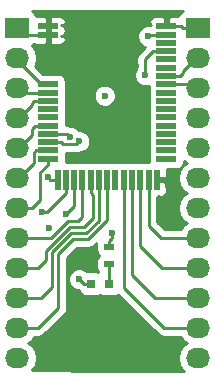
<source format=gbr>
G04 #@! TF.FileFunction,Copper,L1,Top,Signal*
%FSLAX46Y46*%
G04 Gerber Fmt 4.6, Leading zero omitted, Abs format (unit mm)*
G04 Created by KiCad (PCBNEW 4.0.2-stable) date 8/15/2016 9:27:46 PM*
%MOMM*%
G01*
G04 APERTURE LIST*
%ADD10C,0.100000*%
%ADD11R,0.797560X0.797560*%
%ADD12R,2.032000X1.727200*%
%ADD13O,2.032000X1.727200*%
%ADD14R,0.900000X0.500000*%
%ADD15R,1.700000X0.500000*%
%ADD16R,0.500000X1.700000*%
%ADD17C,0.600000*%
%ADD18C,0.250000*%
%ADD19C,0.254000*%
G04 APERTURE END LIST*
D10*
D11*
X33286700Y-41656000D03*
X34785300Y-41656000D03*
D12*
X27000000Y-20000000D03*
D13*
X27000000Y-22540000D03*
X27000000Y-25080000D03*
X27000000Y-27620000D03*
X27000000Y-30160000D03*
X27000000Y-32700000D03*
X27000000Y-35240000D03*
X27000000Y-37780000D03*
X27000000Y-40320000D03*
X27000000Y-42860000D03*
X27000000Y-45400000D03*
X27000000Y-47940000D03*
D12*
X42300000Y-20000000D03*
D13*
X42300000Y-22540000D03*
X42300000Y-25080000D03*
X42300000Y-27620000D03*
X42300000Y-30160000D03*
X42300000Y-32700000D03*
X42300000Y-35240000D03*
X42300000Y-37780000D03*
X42300000Y-40320000D03*
X42300000Y-42860000D03*
X42300000Y-45400000D03*
X42300000Y-47940000D03*
D14*
X34798000Y-38505000D03*
X34798000Y-40005000D03*
D15*
X39624000Y-19862000D03*
X39624000Y-20562000D03*
X39624000Y-21262000D03*
X39624000Y-21962000D03*
X39624000Y-22662000D03*
X39624000Y-23362000D03*
X39624000Y-24062000D03*
X39624000Y-24762000D03*
X39624000Y-25462000D03*
X39624000Y-26162000D03*
X39624000Y-26862000D03*
X39624000Y-27562000D03*
X39624000Y-28262000D03*
X39624000Y-28962000D03*
X39624000Y-29662000D03*
X39624000Y-30362000D03*
X39624000Y-31062000D03*
D16*
X38124000Y-32862000D03*
X37424000Y-32862000D03*
X36724000Y-32862000D03*
X36024000Y-32862000D03*
X35324000Y-32862000D03*
X34624000Y-32862000D03*
X33924000Y-32862000D03*
X38824000Y-32862000D03*
X33224000Y-32862000D03*
X32524000Y-32862000D03*
X31824000Y-32862000D03*
X31124000Y-32862000D03*
X30424000Y-32862000D03*
D15*
X29624000Y-19862000D03*
X29624000Y-20562000D03*
X29624000Y-24762000D03*
X29624000Y-25462000D03*
X29624000Y-26162000D03*
X29624000Y-26862000D03*
X29624000Y-27562000D03*
X29624000Y-28262000D03*
X29624000Y-28962000D03*
X29624000Y-29662000D03*
X29624000Y-30362000D03*
X29624000Y-31062000D03*
D17*
X39808011Y-33274000D03*
X29591000Y-32639000D03*
X29718000Y-36957000D03*
X37084000Y-23241000D03*
X34036000Y-21844000D03*
X32385000Y-20955000D03*
X36066000Y-29718000D03*
X36066000Y-27178000D03*
X32258000Y-48639000D03*
X37970000Y-48387000D03*
X34417000Y-45593000D03*
X29083000Y-35560000D03*
X34417000Y-25731000D03*
X32258000Y-41276080D03*
X38100000Y-20701000D03*
X32258000Y-29591000D03*
X31496000Y-29210000D03*
X31106204Y-35788039D03*
X37846000Y-24003000D03*
X35052000Y-37338000D03*
D18*
X39324000Y-32862000D02*
X39808011Y-33274000D01*
X39736000Y-33274000D02*
X39808011Y-33274000D01*
X38824000Y-32862000D02*
X39324000Y-32862000D01*
X29814000Y-32862000D02*
X29591000Y-32639000D01*
X30424000Y-32862000D02*
X29814000Y-32862000D01*
X42300000Y-20000000D02*
X41034000Y-20000000D01*
X41034000Y-20000000D02*
X40896000Y-19862000D01*
X40896000Y-19862000D02*
X40724000Y-19862000D01*
X40724000Y-19862000D02*
X39624000Y-19862000D01*
X29624000Y-20562000D02*
X27562000Y-20562000D01*
X27562000Y-20562000D02*
X27000000Y-20000000D01*
X31124000Y-32862000D02*
X31124000Y-33962000D01*
X31124000Y-33962000D02*
X29526000Y-35560000D01*
X29526000Y-35560000D02*
X29507264Y-35560000D01*
X29507264Y-35560000D02*
X29083000Y-35560000D01*
X33286700Y-41656000D02*
X32637920Y-41656000D01*
X32637920Y-41656000D02*
X32258000Y-41276080D01*
X29624000Y-24762000D02*
X29024000Y-24762000D01*
X29024000Y-24762000D02*
X27000000Y-22738000D01*
X27000000Y-22738000D02*
X27000000Y-22540000D01*
X38100000Y-20701000D02*
X38239000Y-20562000D01*
X38239000Y-20562000D02*
X39624000Y-20562000D01*
X32004000Y-29845000D02*
X32258000Y-29591000D01*
X30907000Y-29845000D02*
X32004000Y-29845000D01*
X29624000Y-29662000D02*
X30724000Y-29662000D01*
X30724000Y-29662000D02*
X30907000Y-29845000D01*
X31248000Y-28962000D02*
X31496000Y-29210000D01*
X29624000Y-28962000D02*
X31248000Y-28962000D01*
X34798000Y-40005000D02*
X34798000Y-41643300D01*
X34798000Y-41643300D02*
X34785300Y-41656000D01*
X31824000Y-35105000D02*
X31140961Y-35788039D01*
X31140961Y-35788039D02*
X31106204Y-35788039D01*
X31824000Y-32862000D02*
X31824000Y-35105000D01*
X39624000Y-24062000D02*
X40778000Y-24062000D01*
X41034000Y-23806000D02*
X41034000Y-23653600D01*
X40778000Y-24062000D02*
X41034000Y-23806000D01*
X41034000Y-23653600D02*
X42147600Y-22540000D01*
X42147600Y-22540000D02*
X42300000Y-22540000D01*
X39624000Y-24762000D02*
X41982000Y-24762000D01*
X41982000Y-24762000D02*
X42300000Y-25080000D01*
X39624000Y-21962000D02*
X38524000Y-21962000D01*
X38524000Y-21962000D02*
X37846000Y-22640000D01*
X37846000Y-22640000D02*
X37846000Y-23578736D01*
X37846000Y-23578736D02*
X37846000Y-24003000D01*
X35052000Y-37751000D02*
X35052000Y-37338000D01*
X34798000Y-38505000D02*
X34798000Y-38005000D01*
X34798000Y-38005000D02*
X35052000Y-37751000D01*
X38124000Y-36727000D02*
X39177000Y-37780000D01*
X39177000Y-37780000D02*
X42300000Y-37780000D01*
X38124000Y-32862000D02*
X38124000Y-36727000D01*
X37424000Y-38440000D02*
X39304000Y-40320000D01*
X39304000Y-40320000D02*
X42300000Y-40320000D01*
X37424000Y-32862000D02*
X37424000Y-38440000D01*
X36724000Y-40915000D02*
X38669000Y-42860000D01*
X38669000Y-42860000D02*
X42300000Y-42860000D01*
X36724000Y-32862000D02*
X36724000Y-40915000D01*
X36024000Y-41993000D02*
X39431000Y-45400000D01*
X39431000Y-45400000D02*
X42300000Y-45400000D01*
X36024000Y-32862000D02*
X36024000Y-41993000D01*
X30480000Y-43688000D02*
X28768000Y-45400000D01*
X28768000Y-45400000D02*
X27000000Y-45400000D01*
X30480000Y-39116000D02*
X30480000Y-43688000D01*
X31750000Y-37846000D02*
X30480000Y-39116000D01*
X33020000Y-37846000D02*
X31750000Y-37846000D01*
X34624000Y-36242000D02*
X33020000Y-37846000D01*
X34624000Y-32862000D02*
X34624000Y-36242000D01*
X33924000Y-32862000D02*
X33924000Y-36305590D01*
X31563600Y-37395990D02*
X29972000Y-38987590D01*
X33924000Y-36305590D02*
X32833600Y-37395990D01*
X32833600Y-37395990D02*
X31563600Y-37395990D01*
X29972000Y-38987590D02*
X29972000Y-41910000D01*
X29972000Y-41910000D02*
X29022000Y-42860000D01*
X29022000Y-42860000D02*
X27000000Y-42860000D01*
X29464000Y-39624000D02*
X28768000Y-40320000D01*
X28768000Y-40320000D02*
X27000000Y-40320000D01*
X29464000Y-38859180D02*
X29464000Y-39624000D01*
X32639000Y-36830000D02*
X31493180Y-36830000D01*
X31493180Y-36830000D02*
X29464000Y-38859180D01*
X33401000Y-36068000D02*
X32639000Y-36830000D01*
X33401000Y-34139000D02*
X33401000Y-36068000D01*
X33224000Y-32862000D02*
X33224000Y-33962000D01*
X33224000Y-33962000D02*
X33401000Y-34139000D01*
X31306779Y-36379991D02*
X29906770Y-37780000D01*
X29906770Y-37780000D02*
X27000000Y-37780000D01*
X32524000Y-35986990D02*
X32131000Y-36379990D01*
X32131000Y-36379990D02*
X31306779Y-36379991D01*
X32524000Y-32862000D02*
X32524000Y-35986990D01*
X29624000Y-25462000D02*
X27382000Y-25462000D01*
X27382000Y-25462000D02*
X27000000Y-25080000D01*
X29624000Y-26162000D02*
X28458000Y-26162000D01*
X27152400Y-27620000D02*
X27000000Y-27620000D01*
X28458000Y-26162000D02*
X28266000Y-26354000D01*
X28266000Y-26354000D02*
X28266000Y-26506400D01*
X28266000Y-26506400D02*
X27152400Y-27620000D01*
X27000000Y-30160000D02*
X27152400Y-30160000D01*
X27152400Y-30160000D02*
X28266000Y-29046400D01*
X28266000Y-29046400D02*
X28266000Y-28520000D01*
X28266000Y-28520000D02*
X28524000Y-28262000D01*
X28524000Y-28262000D02*
X29624000Y-28262000D01*
X28448000Y-30552998D02*
X28448000Y-31404400D01*
X28448000Y-31404400D02*
X27152400Y-32700000D01*
X27152400Y-32700000D02*
X27000000Y-32700000D01*
X29624000Y-30362000D02*
X28638998Y-30362000D01*
X28638998Y-30362000D02*
X28448000Y-30552998D01*
X29624000Y-31062000D02*
X29624000Y-31562000D01*
X28956000Y-34550000D02*
X28266000Y-35240000D01*
X29624000Y-31562000D02*
X28956000Y-32230000D01*
X28956000Y-32230000D02*
X28956000Y-34550000D01*
X28266000Y-35240000D02*
X27000000Y-35240000D01*
D19*
G36*
X33700560Y-38255000D02*
X33700560Y-38755000D01*
X33744838Y-38990317D01*
X33883910Y-39206441D01*
X33953711Y-39254134D01*
X33896559Y-39290910D01*
X33751569Y-39503110D01*
X33700560Y-39755000D01*
X33700560Y-40255000D01*
X33744838Y-40490317D01*
X33842122Y-40641501D01*
X33685480Y-40609780D01*
X32913999Y-40609780D01*
X32788327Y-40483888D01*
X32444799Y-40341242D01*
X32072833Y-40340918D01*
X31729057Y-40482963D01*
X31465808Y-40745753D01*
X31323162Y-41089281D01*
X31322838Y-41461247D01*
X31464883Y-41805023D01*
X31727673Y-42068272D01*
X32071201Y-42210918D01*
X32126808Y-42210966D01*
X32314569Y-42336424D01*
X32423830Y-42506221D01*
X32636030Y-42651211D01*
X32887920Y-42702220D01*
X33685480Y-42702220D01*
X33920797Y-42657942D01*
X34035993Y-42583815D01*
X34134630Y-42651211D01*
X34386520Y-42702220D01*
X35184080Y-42702220D01*
X35419397Y-42657942D01*
X35537891Y-42581693D01*
X38893599Y-45937401D01*
X39140161Y-46102148D01*
X39431000Y-46160000D01*
X40855352Y-46160000D01*
X41055585Y-46459670D01*
X41370366Y-46670000D01*
X41055585Y-46880330D01*
X40730729Y-47366511D01*
X40616655Y-47940000D01*
X40730729Y-48513489D01*
X41055585Y-48999670D01*
X41166828Y-49074000D01*
X34802741Y-49074000D01*
X28253100Y-48986671D01*
X28569271Y-48513489D01*
X28683345Y-47940000D01*
X28569271Y-47366511D01*
X28244415Y-46880330D01*
X27929634Y-46670000D01*
X28244415Y-46459670D01*
X28444648Y-46160000D01*
X28768000Y-46160000D01*
X29058839Y-46102148D01*
X29305401Y-45937401D01*
X31017401Y-44225401D01*
X31182148Y-43978839D01*
X31240000Y-43688000D01*
X31240000Y-39430802D01*
X32064802Y-38606000D01*
X33020000Y-38606000D01*
X33310839Y-38548148D01*
X33557401Y-38383401D01*
X33704307Y-38236495D01*
X33700560Y-38255000D01*
X33700560Y-38255000D01*
G37*
X33700560Y-38255000D02*
X33700560Y-38755000D01*
X33744838Y-38990317D01*
X33883910Y-39206441D01*
X33953711Y-39254134D01*
X33896559Y-39290910D01*
X33751569Y-39503110D01*
X33700560Y-39755000D01*
X33700560Y-40255000D01*
X33744838Y-40490317D01*
X33842122Y-40641501D01*
X33685480Y-40609780D01*
X32913999Y-40609780D01*
X32788327Y-40483888D01*
X32444799Y-40341242D01*
X32072833Y-40340918D01*
X31729057Y-40482963D01*
X31465808Y-40745753D01*
X31323162Y-41089281D01*
X31322838Y-41461247D01*
X31464883Y-41805023D01*
X31727673Y-42068272D01*
X32071201Y-42210918D01*
X32126808Y-42210966D01*
X32314569Y-42336424D01*
X32423830Y-42506221D01*
X32636030Y-42651211D01*
X32887920Y-42702220D01*
X33685480Y-42702220D01*
X33920797Y-42657942D01*
X34035993Y-42583815D01*
X34134630Y-42651211D01*
X34386520Y-42702220D01*
X35184080Y-42702220D01*
X35419397Y-42657942D01*
X35537891Y-42581693D01*
X38893599Y-45937401D01*
X39140161Y-46102148D01*
X39431000Y-46160000D01*
X40855352Y-46160000D01*
X41055585Y-46459670D01*
X41370366Y-46670000D01*
X41055585Y-46880330D01*
X40730729Y-47366511D01*
X40616655Y-47940000D01*
X40730729Y-48513489D01*
X41055585Y-48999670D01*
X41166828Y-49074000D01*
X34802741Y-49074000D01*
X28253100Y-48986671D01*
X28569271Y-48513489D01*
X28683345Y-47940000D01*
X28569271Y-47366511D01*
X28244415Y-46880330D01*
X27929634Y-46670000D01*
X28244415Y-46459670D01*
X28444648Y-46160000D01*
X28768000Y-46160000D01*
X29058839Y-46102148D01*
X29305401Y-45937401D01*
X31017401Y-44225401D01*
X31182148Y-43978839D01*
X31240000Y-43688000D01*
X31240000Y-39430802D01*
X32064802Y-38606000D01*
X33020000Y-38606000D01*
X33310839Y-38548148D01*
X33557401Y-38383401D01*
X33704307Y-38236495D01*
X33700560Y-38255000D01*
G36*
X41370366Y-31430000D02*
X41055585Y-31640330D01*
X40730729Y-32126511D01*
X40616655Y-32700000D01*
X40730729Y-33273489D01*
X41055585Y-33759670D01*
X41370366Y-33970000D01*
X41055585Y-34180330D01*
X40730729Y-34666511D01*
X40616655Y-35240000D01*
X40730729Y-35813489D01*
X41055585Y-36299670D01*
X41370366Y-36510000D01*
X41055585Y-36720330D01*
X40855352Y-37020000D01*
X39491802Y-37020000D01*
X38884000Y-36412198D01*
X38884000Y-34347000D01*
X38951002Y-34347000D01*
X38951002Y-34190252D01*
X39107750Y-34347000D01*
X39200309Y-34347000D01*
X39433698Y-34250327D01*
X39612327Y-34071699D01*
X39709000Y-33838310D01*
X39709000Y-33147750D01*
X39550250Y-32989000D01*
X39021440Y-32989000D01*
X39021440Y-32735000D01*
X39550250Y-32735000D01*
X39709000Y-32576250D01*
X39709000Y-31959440D01*
X40474000Y-31959440D01*
X40709317Y-31915162D01*
X40925441Y-31776090D01*
X41070431Y-31563890D01*
X41121440Y-31312000D01*
X41121440Y-31263673D01*
X41370366Y-31430000D01*
X41370366Y-31430000D01*
G37*
X41370366Y-31430000D02*
X41055585Y-31640330D01*
X40730729Y-32126511D01*
X40616655Y-32700000D01*
X40730729Y-33273489D01*
X41055585Y-33759670D01*
X41370366Y-33970000D01*
X41055585Y-34180330D01*
X40730729Y-34666511D01*
X40616655Y-35240000D01*
X40730729Y-35813489D01*
X41055585Y-36299670D01*
X41370366Y-36510000D01*
X41055585Y-36720330D01*
X40855352Y-37020000D01*
X39491802Y-37020000D01*
X38884000Y-36412198D01*
X38884000Y-34347000D01*
X38951002Y-34347000D01*
X38951002Y-34190252D01*
X39107750Y-34347000D01*
X39200309Y-34347000D01*
X39433698Y-34250327D01*
X39612327Y-34071699D01*
X39709000Y-33838310D01*
X39709000Y-33147750D01*
X39550250Y-32989000D01*
X39021440Y-32989000D01*
X39021440Y-32735000D01*
X39550250Y-32735000D01*
X39709000Y-32576250D01*
X39709000Y-31959440D01*
X40474000Y-31959440D01*
X40709317Y-31915162D01*
X40925441Y-31776090D01*
X41070431Y-31563890D01*
X41121440Y-31312000D01*
X41121440Y-31263673D01*
X41370366Y-31430000D01*
G36*
X40924302Y-18598073D02*
X40745673Y-18776701D01*
X40653568Y-18999061D01*
X40600309Y-18977000D01*
X39909750Y-18977000D01*
X39751000Y-19135750D01*
X39751000Y-19664560D01*
X39497000Y-19664560D01*
X39497000Y-19135750D01*
X39338250Y-18977000D01*
X38647691Y-18977000D01*
X38414302Y-19073673D01*
X38235673Y-19252301D01*
X38139000Y-19485690D01*
X38139000Y-19578250D01*
X38295748Y-19734998D01*
X38139000Y-19734998D01*
X38139000Y-19766033D01*
X37914833Y-19765838D01*
X37571057Y-19907883D01*
X37307808Y-20170673D01*
X37165162Y-20514201D01*
X37164838Y-20886167D01*
X37306883Y-21229943D01*
X37569673Y-21493192D01*
X37815803Y-21595395D01*
X37308599Y-22102599D01*
X37143852Y-22349161D01*
X37086000Y-22640000D01*
X37086000Y-23440537D01*
X37053808Y-23472673D01*
X36911162Y-23816201D01*
X36910838Y-24188167D01*
X37052883Y-24531943D01*
X37315673Y-24795192D01*
X37659201Y-24937838D01*
X38031167Y-24938162D01*
X38126560Y-24898747D01*
X38126560Y-25012000D01*
X38146067Y-25115671D01*
X38126560Y-25212000D01*
X38126560Y-25712000D01*
X38146067Y-25815671D01*
X38126560Y-25912000D01*
X38126560Y-26412000D01*
X38146067Y-26515671D01*
X38126560Y-26612000D01*
X38126560Y-27112000D01*
X38146067Y-27215671D01*
X38126560Y-27312000D01*
X38126560Y-27812000D01*
X38146067Y-27915671D01*
X38126560Y-28012000D01*
X38126560Y-28512000D01*
X38146067Y-28615671D01*
X38126560Y-28712000D01*
X38126560Y-29212000D01*
X38146067Y-29315671D01*
X38126560Y-29412000D01*
X38126560Y-29912000D01*
X38146067Y-30015671D01*
X38126560Y-30112000D01*
X38126560Y-30612000D01*
X38146067Y-30715671D01*
X38126560Y-30812000D01*
X38126560Y-31312000D01*
X38136450Y-31364560D01*
X37874000Y-31364560D01*
X37770329Y-31384067D01*
X37674000Y-31364560D01*
X37174000Y-31364560D01*
X37070329Y-31384067D01*
X36974000Y-31364560D01*
X36474000Y-31364560D01*
X36370329Y-31384067D01*
X36274000Y-31364560D01*
X35774000Y-31364560D01*
X35670329Y-31384067D01*
X35574000Y-31364560D01*
X35074000Y-31364560D01*
X34970329Y-31384067D01*
X34874000Y-31364560D01*
X34374000Y-31364560D01*
X34270329Y-31384067D01*
X34174000Y-31364560D01*
X33674000Y-31364560D01*
X33570329Y-31384067D01*
X33474000Y-31364560D01*
X32974000Y-31364560D01*
X32870329Y-31384067D01*
X32774000Y-31364560D01*
X32274000Y-31364560D01*
X32170329Y-31384067D01*
X32074000Y-31364560D01*
X31574000Y-31364560D01*
X31470329Y-31384067D01*
X31374000Y-31364560D01*
X31110796Y-31364560D01*
X31121440Y-31312000D01*
X31121440Y-30812000D01*
X31101933Y-30708329D01*
X31121440Y-30612000D01*
X31121440Y-30605000D01*
X32004000Y-30605000D01*
X32294839Y-30547148D01*
X32326399Y-30526060D01*
X32443167Y-30526162D01*
X32786943Y-30384117D01*
X33050192Y-30121327D01*
X33192838Y-29777799D01*
X33193162Y-29405833D01*
X33051117Y-29062057D01*
X32788327Y-28798808D01*
X32444799Y-28656162D01*
X32264108Y-28656005D01*
X32026327Y-28417808D01*
X31682799Y-28275162D01*
X31561594Y-28275056D01*
X31538839Y-28259852D01*
X31248000Y-28202000D01*
X31121440Y-28202000D01*
X31121440Y-28012000D01*
X31101933Y-27908329D01*
X31121440Y-27812000D01*
X31121440Y-27312000D01*
X31101933Y-27208329D01*
X31121440Y-27112000D01*
X31121440Y-26612000D01*
X31101933Y-26508329D01*
X31121440Y-26412000D01*
X31121440Y-25916167D01*
X33481838Y-25916167D01*
X33623883Y-26259943D01*
X33886673Y-26523192D01*
X34230201Y-26665838D01*
X34602167Y-26666162D01*
X34945943Y-26524117D01*
X35209192Y-26261327D01*
X35351838Y-25917799D01*
X35352162Y-25545833D01*
X35210117Y-25202057D01*
X34947327Y-24938808D01*
X34603799Y-24796162D01*
X34231833Y-24795838D01*
X33888057Y-24937883D01*
X33624808Y-25200673D01*
X33482162Y-25544201D01*
X33481838Y-25916167D01*
X31121440Y-25916167D01*
X31121440Y-25912000D01*
X31101933Y-25808329D01*
X31121440Y-25712000D01*
X31121440Y-25212000D01*
X31101933Y-25108329D01*
X31121440Y-25012000D01*
X31121440Y-24512000D01*
X31077162Y-24276683D01*
X30938090Y-24060559D01*
X30725890Y-23915569D01*
X30474000Y-23864560D01*
X29201362Y-23864560D01*
X28521614Y-23184812D01*
X28569271Y-23113489D01*
X28683345Y-22540000D01*
X28569271Y-21966511D01*
X28244415Y-21480330D01*
X28222220Y-21465500D01*
X28375698Y-21401927D01*
X28423492Y-21354134D01*
X28647691Y-21447000D01*
X29338250Y-21447000D01*
X29497000Y-21288250D01*
X29497000Y-20687000D01*
X29477000Y-20687000D01*
X29477000Y-20608250D01*
X29497000Y-20588250D01*
X29497000Y-19835750D01*
X29477000Y-19815750D01*
X29477000Y-19737000D01*
X29497000Y-19737000D01*
X29497000Y-19135750D01*
X29751000Y-19135750D01*
X29751000Y-19737000D01*
X29849750Y-19737000D01*
X29751000Y-19835750D01*
X29751000Y-20588250D01*
X29849750Y-20687000D01*
X29751000Y-20687000D01*
X29751000Y-21288250D01*
X29909750Y-21447000D01*
X30600309Y-21447000D01*
X30833698Y-21350327D01*
X31012327Y-21171699D01*
X31109000Y-20938310D01*
X31109000Y-20845750D01*
X30950250Y-20687000D01*
X30745162Y-20687000D01*
X30833698Y-20650327D01*
X31012327Y-20471699D01*
X31080758Y-20306492D01*
X31109000Y-20278250D01*
X31109000Y-20145750D01*
X31080758Y-20117508D01*
X31012327Y-19952301D01*
X30833698Y-19773673D01*
X30745162Y-19737000D01*
X30950250Y-19737000D01*
X31109000Y-19578250D01*
X31109000Y-19485690D01*
X31012327Y-19252301D01*
X30833698Y-19073673D01*
X30600309Y-18977000D01*
X29909750Y-18977000D01*
X29751000Y-19135750D01*
X29497000Y-19135750D01*
X29338250Y-18977000D01*
X28647691Y-18977000D01*
X28638816Y-18980676D01*
X28554327Y-18776701D01*
X28375698Y-18598073D01*
X28240326Y-18542000D01*
X41059674Y-18542000D01*
X40924302Y-18598073D01*
X40924302Y-18598073D01*
G37*
X40924302Y-18598073D02*
X40745673Y-18776701D01*
X40653568Y-18999061D01*
X40600309Y-18977000D01*
X39909750Y-18977000D01*
X39751000Y-19135750D01*
X39751000Y-19664560D01*
X39497000Y-19664560D01*
X39497000Y-19135750D01*
X39338250Y-18977000D01*
X38647691Y-18977000D01*
X38414302Y-19073673D01*
X38235673Y-19252301D01*
X38139000Y-19485690D01*
X38139000Y-19578250D01*
X38295748Y-19734998D01*
X38139000Y-19734998D01*
X38139000Y-19766033D01*
X37914833Y-19765838D01*
X37571057Y-19907883D01*
X37307808Y-20170673D01*
X37165162Y-20514201D01*
X37164838Y-20886167D01*
X37306883Y-21229943D01*
X37569673Y-21493192D01*
X37815803Y-21595395D01*
X37308599Y-22102599D01*
X37143852Y-22349161D01*
X37086000Y-22640000D01*
X37086000Y-23440537D01*
X37053808Y-23472673D01*
X36911162Y-23816201D01*
X36910838Y-24188167D01*
X37052883Y-24531943D01*
X37315673Y-24795192D01*
X37659201Y-24937838D01*
X38031167Y-24938162D01*
X38126560Y-24898747D01*
X38126560Y-25012000D01*
X38146067Y-25115671D01*
X38126560Y-25212000D01*
X38126560Y-25712000D01*
X38146067Y-25815671D01*
X38126560Y-25912000D01*
X38126560Y-26412000D01*
X38146067Y-26515671D01*
X38126560Y-26612000D01*
X38126560Y-27112000D01*
X38146067Y-27215671D01*
X38126560Y-27312000D01*
X38126560Y-27812000D01*
X38146067Y-27915671D01*
X38126560Y-28012000D01*
X38126560Y-28512000D01*
X38146067Y-28615671D01*
X38126560Y-28712000D01*
X38126560Y-29212000D01*
X38146067Y-29315671D01*
X38126560Y-29412000D01*
X38126560Y-29912000D01*
X38146067Y-30015671D01*
X38126560Y-30112000D01*
X38126560Y-30612000D01*
X38146067Y-30715671D01*
X38126560Y-30812000D01*
X38126560Y-31312000D01*
X38136450Y-31364560D01*
X37874000Y-31364560D01*
X37770329Y-31384067D01*
X37674000Y-31364560D01*
X37174000Y-31364560D01*
X37070329Y-31384067D01*
X36974000Y-31364560D01*
X36474000Y-31364560D01*
X36370329Y-31384067D01*
X36274000Y-31364560D01*
X35774000Y-31364560D01*
X35670329Y-31384067D01*
X35574000Y-31364560D01*
X35074000Y-31364560D01*
X34970329Y-31384067D01*
X34874000Y-31364560D01*
X34374000Y-31364560D01*
X34270329Y-31384067D01*
X34174000Y-31364560D01*
X33674000Y-31364560D01*
X33570329Y-31384067D01*
X33474000Y-31364560D01*
X32974000Y-31364560D01*
X32870329Y-31384067D01*
X32774000Y-31364560D01*
X32274000Y-31364560D01*
X32170329Y-31384067D01*
X32074000Y-31364560D01*
X31574000Y-31364560D01*
X31470329Y-31384067D01*
X31374000Y-31364560D01*
X31110796Y-31364560D01*
X31121440Y-31312000D01*
X31121440Y-30812000D01*
X31101933Y-30708329D01*
X31121440Y-30612000D01*
X31121440Y-30605000D01*
X32004000Y-30605000D01*
X32294839Y-30547148D01*
X32326399Y-30526060D01*
X32443167Y-30526162D01*
X32786943Y-30384117D01*
X33050192Y-30121327D01*
X33192838Y-29777799D01*
X33193162Y-29405833D01*
X33051117Y-29062057D01*
X32788327Y-28798808D01*
X32444799Y-28656162D01*
X32264108Y-28656005D01*
X32026327Y-28417808D01*
X31682799Y-28275162D01*
X31561594Y-28275056D01*
X31538839Y-28259852D01*
X31248000Y-28202000D01*
X31121440Y-28202000D01*
X31121440Y-28012000D01*
X31101933Y-27908329D01*
X31121440Y-27812000D01*
X31121440Y-27312000D01*
X31101933Y-27208329D01*
X31121440Y-27112000D01*
X31121440Y-26612000D01*
X31101933Y-26508329D01*
X31121440Y-26412000D01*
X31121440Y-25916167D01*
X33481838Y-25916167D01*
X33623883Y-26259943D01*
X33886673Y-26523192D01*
X34230201Y-26665838D01*
X34602167Y-26666162D01*
X34945943Y-26524117D01*
X35209192Y-26261327D01*
X35351838Y-25917799D01*
X35352162Y-25545833D01*
X35210117Y-25202057D01*
X34947327Y-24938808D01*
X34603799Y-24796162D01*
X34231833Y-24795838D01*
X33888057Y-24937883D01*
X33624808Y-25200673D01*
X33482162Y-25544201D01*
X33481838Y-25916167D01*
X31121440Y-25916167D01*
X31121440Y-25912000D01*
X31101933Y-25808329D01*
X31121440Y-25712000D01*
X31121440Y-25212000D01*
X31101933Y-25108329D01*
X31121440Y-25012000D01*
X31121440Y-24512000D01*
X31077162Y-24276683D01*
X30938090Y-24060559D01*
X30725890Y-23915569D01*
X30474000Y-23864560D01*
X29201362Y-23864560D01*
X28521614Y-23184812D01*
X28569271Y-23113489D01*
X28683345Y-22540000D01*
X28569271Y-21966511D01*
X28244415Y-21480330D01*
X28222220Y-21465500D01*
X28375698Y-21401927D01*
X28423492Y-21354134D01*
X28647691Y-21447000D01*
X29338250Y-21447000D01*
X29497000Y-21288250D01*
X29497000Y-20687000D01*
X29477000Y-20687000D01*
X29477000Y-20608250D01*
X29497000Y-20588250D01*
X29497000Y-19835750D01*
X29477000Y-19815750D01*
X29477000Y-19737000D01*
X29497000Y-19737000D01*
X29497000Y-19135750D01*
X29751000Y-19135750D01*
X29751000Y-19737000D01*
X29849750Y-19737000D01*
X29751000Y-19835750D01*
X29751000Y-20588250D01*
X29849750Y-20687000D01*
X29751000Y-20687000D01*
X29751000Y-21288250D01*
X29909750Y-21447000D01*
X30600309Y-21447000D01*
X30833698Y-21350327D01*
X31012327Y-21171699D01*
X31109000Y-20938310D01*
X31109000Y-20845750D01*
X30950250Y-20687000D01*
X30745162Y-20687000D01*
X30833698Y-20650327D01*
X31012327Y-20471699D01*
X31080758Y-20306492D01*
X31109000Y-20278250D01*
X31109000Y-20145750D01*
X31080758Y-20117508D01*
X31012327Y-19952301D01*
X30833698Y-19773673D01*
X30745162Y-19737000D01*
X30950250Y-19737000D01*
X31109000Y-19578250D01*
X31109000Y-19485690D01*
X31012327Y-19252301D01*
X30833698Y-19073673D01*
X30600309Y-18977000D01*
X29909750Y-18977000D01*
X29751000Y-19135750D01*
X29497000Y-19135750D01*
X29338250Y-18977000D01*
X28647691Y-18977000D01*
X28638816Y-18980676D01*
X28554327Y-18776701D01*
X28375698Y-18598073D01*
X28240326Y-18542000D01*
X41059674Y-18542000D01*
X40924302Y-18598073D01*
G36*
X42427000Y-19873000D02*
X42447000Y-19873000D01*
X42447000Y-20127000D01*
X42427000Y-20127000D01*
X42427000Y-20147000D01*
X42173000Y-20147000D01*
X42173000Y-20127000D01*
X42153000Y-20127000D01*
X42153000Y-19873000D01*
X42173000Y-19873000D01*
X42173000Y-19853000D01*
X42427000Y-19853000D01*
X42427000Y-19873000D01*
X42427000Y-19873000D01*
G37*
X42427000Y-19873000D02*
X42447000Y-19873000D01*
X42447000Y-20127000D01*
X42427000Y-20127000D01*
X42427000Y-20147000D01*
X42173000Y-20147000D01*
X42173000Y-20127000D01*
X42153000Y-20127000D01*
X42153000Y-19873000D01*
X42173000Y-19873000D01*
X42173000Y-19853000D01*
X42427000Y-19853000D01*
X42427000Y-19873000D01*
G36*
X27127000Y-19873000D02*
X27147000Y-19873000D01*
X27147000Y-20127000D01*
X27127000Y-20127000D01*
X27127000Y-20147000D01*
X26873000Y-20147000D01*
X26873000Y-20127000D01*
X26853000Y-20127000D01*
X26853000Y-19873000D01*
X26873000Y-19873000D01*
X26873000Y-19853000D01*
X27127000Y-19853000D01*
X27127000Y-19873000D01*
X27127000Y-19873000D01*
G37*
X27127000Y-19873000D02*
X27147000Y-19873000D01*
X27147000Y-20127000D01*
X27127000Y-20127000D01*
X27127000Y-20147000D01*
X26873000Y-20147000D01*
X26873000Y-20127000D01*
X26853000Y-20127000D01*
X26853000Y-19873000D01*
X26873000Y-19873000D01*
X26873000Y-19853000D01*
X27127000Y-19853000D01*
X27127000Y-19873000D01*
M02*

</source>
